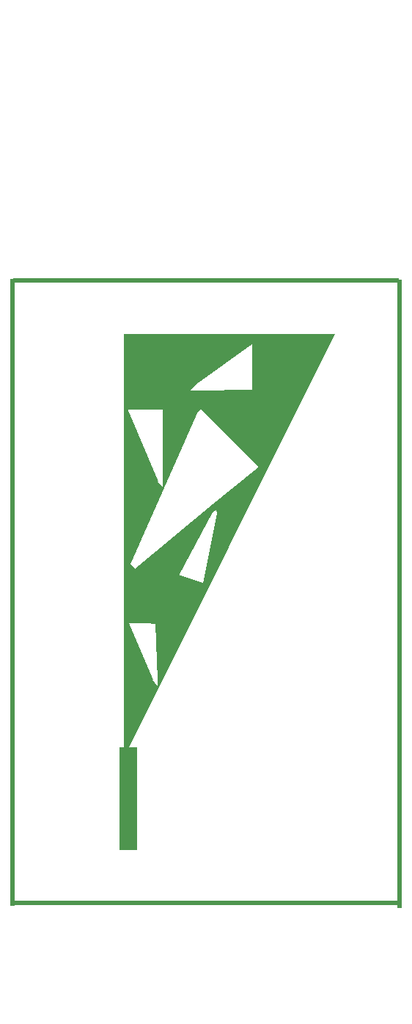
<source format=gbr>
G04 ===== Begin FILE IDENTIFICATION =====*
G04 File Format:  Gerber RS274X*
G04 ===== End FILE IDENTIFICATION =====*
%FSLAX24Y24*%
%MOIN*%
%SFA1.0000B1.0000*%
%OFA0.0B0.0*%
%ADD14R,0.023622X2.854331*%
%ADD15R,1.751969X0.023622*%
%ADD16R,1.779528X0.023622*%
%ADD17R,0.023622X2.846457*%
%ADD18R,0.078740X0.468504*%
%LNcond*%
%IPPOS*%
%LPD*%
G75*
D14*
X11850Y10059D03*
D15*
X3051Y24291D03*
D16*
X3071Y-3976D03*
D17*
X-5748Y10138D03*
G36*
G01X5157Y21535D02*
G01Y16535D01*
G01X5472Y16575D01*
G01Y21535D01*
G01X5157Y21575D01*
G01Y21535D01*
G37*
G36*
G01X2598Y21693D02*
G01Y19567D01*
G01X2323Y19291D01*
G01X2283Y21654D01*
G01X2598Y21693D01*
G37*
G36*
G01X-630Y21457D02*
G01X2598Y18228D01*
G01X2835Y18465D01*
G01X-433Y21693D01*
G01X-630Y21457D01*
G37*
G36*
G01X-551Y18740D02*
G01Y18425D01*
G01X2165D01*
G01X2126Y18740D01*
G01X-512D01*
G01X-551D01*
G37*
G36*
G01X-551Y15197D02*
G01Y14921D01*
G01X1102Y14882D01*
G01X827Y15197D01*
G01X-551D01*
G37*
G36*
G01X1811Y8504D02*
G01X2047Y8661D01*
G01X-512Y11220D01*
G01X1811Y8504D01*
G37*
G36*
G01X-551Y11181D02*
G01X-394Y11417D01*
G01X2165Y8898D01*
G01X1969Y8701D01*
G01X-591Y11220D01*
G01X-551Y11181D01*
G37*
G36*
G01X-472Y8740D02*
G01X1614Y8701D01*
G01Y9016D01*
G01X-551D01*
G01X-512Y8740D01*
G01X-472D01*
G37*
G36*
G01X-630Y6181D02*
G01Y5866D01*
G01X866D01*
G01X591Y6181D01*
G01X-630D01*
G37*
D18*
X-472Y768D03*
G36*
G01X-669Y2638D02*
G01Y21850D01*
G01X-425D01*
G01Y21662D01*
G01X-599Y21488D01*
G01X2126Y18781D01*
G01Y18706D01*
G01X-512D01*
G01Y18460D01*
G01X-509D01*
G01X887Y15162D01*
G01X-512D01*
G01Y14916D01*
G01X1102D01*
G01Y18460D01*
G01X2126D01*
G01Y18781D01*
G01X2649Y18262D01*
G01X-433Y11260D01*
G01X-519Y11172D01*
G01X1614Y9072D01*
G01Y8981D01*
G01X-512D01*
G01Y8735D01*
G01X-452D01*
G01X649Y6147D01*
G01X-591D01*
G01Y5901D01*
G01X866D01*
G01Y6147D01*
G01X861D01*
G01X753Y8735D01*
G01X1614D01*
G01Y9072D01*
G01X1961Y8731D01*
G01X2134Y8907D01*
G01X-177Y11178D01*
G01X3369Y14111D01*
G01Y14019D01*
G01X3639Y13974D01*
G01X3357Y13771D01*
G01X1811Y10906D01*
G01X1923Y10854D01*
G01X236Y11416D01*
G01X158Y11182D01*
G01X2874Y10277D01*
G01X2913Y10394D01*
G01X2952Y10510D01*
G01X2931Y10517D01*
G01X3563Y13722D01*
G01X4584Y13541D01*
G01X4629Y13782D01*
G01X3369Y14019D01*
G01Y14111D01*
G01X5256Y15672D01*
G01X5268Y15661D01*
G01X5441Y15835D01*
G01X2779Y18480D01*
G01X2756Y18504D01*
G01X2755Y18503D01*
G01X-425Y21662D01*
G01Y21850D01*
G01X2564D01*
G01Y21654D01*
G01X2318D01*
G01Y19291D01*
G01X2564D01*
G01Y19293D01*
G01X5192Y19328D01*
G01Y16575D01*
G01X5438D01*
G01Y21535D01*
G01X5192D01*
G01Y21439D01*
G01X2603Y19545D01*
G01X2564Y21850D01*
G01X8937D01*
G01X-669Y2638D01*
G37*
G36*
G01X197Y11457D02*
G01X3031Y10512D01*
G01X2874Y10236D01*
G01X118Y11142D01*
G01X157Y11457D01*
G01X197D01*
G37*
G36*
G01X3504Y13937D02*
G01X3583Y13701D01*
G01X4567Y13465D01*
G01X4646Y13819D01*
G01X3465Y14055D01*
G01X3504Y13937D01*
G37*
M02*


</source>
